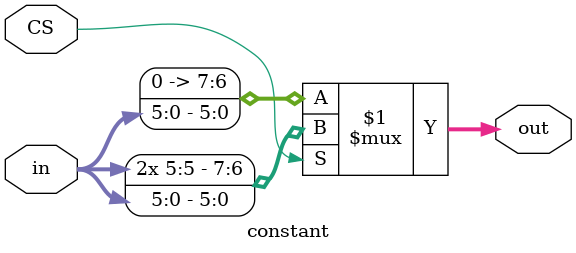
<source format=v>
`timescale 1ns / 1ps


module constant(
    input CS,
    input [5:0] in,
    output [7:0] out
    );
	 assign out = CS ? {in[5],in[5],in} : {2'b00, in};
endmodule

</source>
